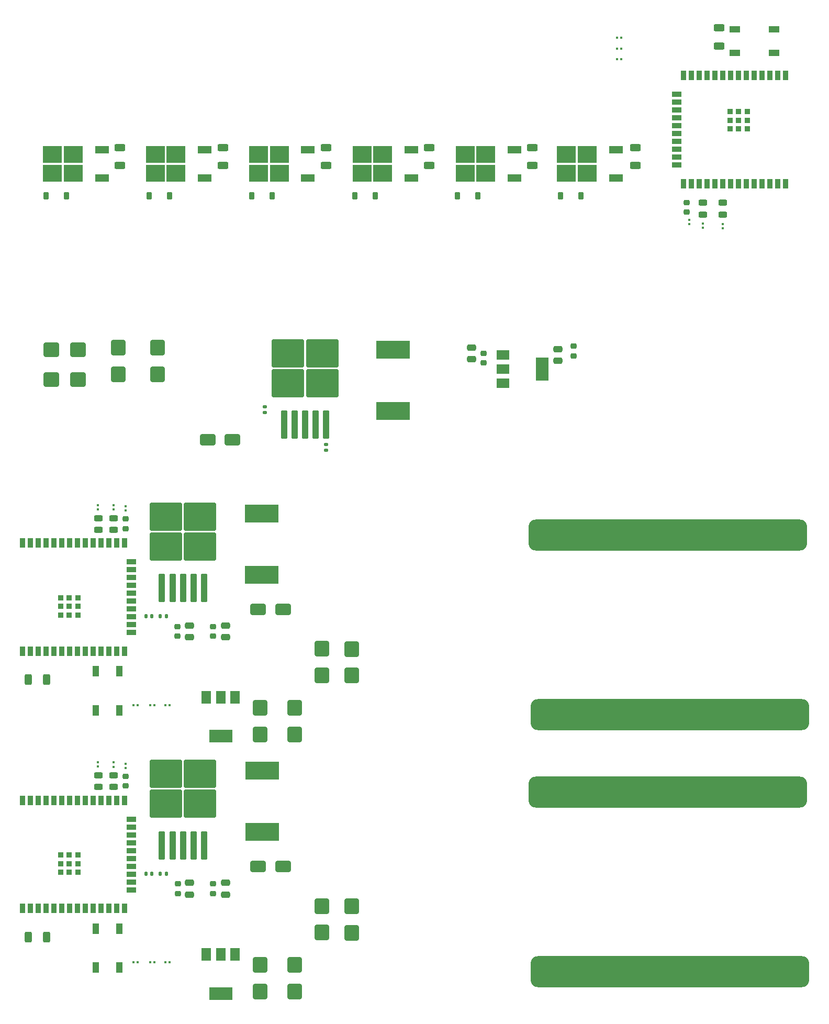
<source format=gbr>
%TF.GenerationSoftware,KiCad,Pcbnew,7.0.8*%
%TF.CreationDate,2023-11-08T20:04:04+02:00*%
%TF.ProjectId,sprinklers,73707269-6e6b-46c6-9572-732e6b696361,1.2*%
%TF.SameCoordinates,Original*%
%TF.FileFunction,Paste,Top*%
%TF.FilePolarity,Positive*%
%FSLAX46Y46*%
G04 Gerber Fmt 4.6, Leading zero omitted, Abs format (unit mm)*
G04 Created by KiCad (PCBNEW 7.0.8) date 2023-11-08 20:04:04*
%MOMM*%
%LPD*%
G01*
G04 APERTURE LIST*
G04 Aperture macros list*
%AMRoundRect*
0 Rectangle with rounded corners*
0 $1 Rounding radius*
0 $2 $3 $4 $5 $6 $7 $8 $9 X,Y pos of 4 corners*
0 Add a 4 corners polygon primitive as box body*
4,1,4,$2,$3,$4,$5,$6,$7,$8,$9,$2,$3,0*
0 Add four circle primitives for the rounded corners*
1,1,$1+$1,$2,$3*
1,1,$1+$1,$4,$5*
1,1,$1+$1,$6,$7*
1,1,$1+$1,$8,$9*
0 Add four rect primitives between the rounded corners*
20,1,$1+$1,$2,$3,$4,$5,0*
20,1,$1+$1,$4,$5,$6,$7,0*
20,1,$1+$1,$6,$7,$8,$9,0*
20,1,$1+$1,$8,$9,$2,$3,0*%
%AMFreePoly0*
4,1,41,-22.500000,1.388890,-22.492142,1.520800,-22.447241,1.727208,-22.364088,1.921388,-22.245689,2.096323,-22.096323,2.245689,-21.921388,2.364088,-21.727208,2.447241,-21.520800,2.492142,-21.388890,2.500000,21.388890,2.500000,21.520800,2.492142,21.727208,2.447241,21.921388,2.364088,22.096323,2.245689,22.245689,2.096323,22.364088,1.921388,22.447241,1.727208,22.492142,1.520800,22.500000,1.388890,
22.500000,-1.388890,22.492142,-1.520800,22.447241,-1.727208,22.364088,-1.921388,22.245689,-2.096323,22.096323,-2.245689,21.921388,-2.364088,21.727208,-2.447241,21.520800,-2.492142,21.388890,-2.500000,-21.388890,-2.500000,-21.520800,-2.492142,-21.727208,-2.447241,-21.921388,-2.364088,-22.096323,-2.245689,-22.245689,-2.096323,-22.364088,-1.921388,-22.447241,-1.727208,-22.492142,-1.520800,-22.500000,-1.388890,
-22.500000,1.388890,-22.500000,1.388890,$1*%
G04 Aperture macros list end*
%ADD10RoundRect,0.250000X0.300000X-2.050000X0.300000X2.050000X-0.300000X2.050000X-0.300000X-2.050000X0*%
%ADD11RoundRect,0.250000X2.375000X-2.025000X2.375000X2.025000X-2.375000X2.025000X-2.375000X-2.025000X0*%
%ADD12RoundRect,0.079500X0.079500X0.100500X-0.079500X0.100500X-0.079500X-0.100500X0.079500X-0.100500X0*%
%ADD13RoundRect,0.079500X-0.100500X0.079500X-0.100500X-0.079500X0.100500X-0.079500X0.100500X0.079500X0*%
%ADD14RoundRect,0.250000X-1.000000X-0.650000X1.000000X-0.650000X1.000000X0.650000X-1.000000X0.650000X0*%
%ADD15RoundRect,0.225000X0.250000X-0.225000X0.250000X0.225000X-0.250000X0.225000X-0.250000X-0.225000X0*%
%ADD16RoundRect,0.250000X0.900000X-1.000000X0.900000X1.000000X-0.900000X1.000000X-0.900000X-1.000000X0*%
%ADD17RoundRect,0.250000X0.475000X-0.250000X0.475000X0.250000X-0.475000X0.250000X-0.475000X-0.250000X0*%
%ADD18RoundRect,0.243750X-0.456250X0.243750X-0.456250X-0.243750X0.456250X-0.243750X0.456250X0.243750X0*%
%ADD19RoundRect,0.250000X-0.900000X1.000000X-0.900000X-1.000000X0.900000X-1.000000X0.900000X1.000000X0*%
%ADD20FreePoly0,180.000000*%
%ADD21RoundRect,0.140000X0.140000X0.170000X-0.140000X0.170000X-0.140000X-0.170000X0.140000X-0.170000X0*%
%ADD22R,5.400000X2.900000*%
%ADD23R,1.000000X1.700000*%
%ADD24RoundRect,0.218750X-0.256250X0.218750X-0.256250X-0.218750X0.256250X-0.218750X0.256250X0.218750X0*%
%ADD25R,0.900000X1.500000*%
%ADD26R,1.500000X0.900000*%
%ADD27R,0.900000X0.900000*%
%ADD28RoundRect,0.250000X-0.312500X-0.625000X0.312500X-0.625000X0.312500X0.625000X-0.312500X0.625000X0*%
%ADD29R,1.500000X2.000000*%
%ADD30R,3.800000X2.000000*%
%ADD31RoundRect,0.140000X-0.140000X-0.170000X0.140000X-0.170000X0.140000X0.170000X-0.140000X0.170000X0*%
%ADD32RoundRect,0.218750X0.256250X-0.218750X0.256250X0.218750X-0.256250X0.218750X-0.256250X-0.218750X0*%
%ADD33RoundRect,0.225000X-0.225000X-0.375000X0.225000X-0.375000X0.225000X0.375000X-0.225000X0.375000X0*%
%ADD34RoundRect,0.243750X0.456250X-0.243750X0.456250X0.243750X-0.456250X0.243750X-0.456250X-0.243750X0*%
%ADD35RoundRect,0.079500X-0.079500X-0.100500X0.079500X-0.100500X0.079500X0.100500X-0.079500X0.100500X0*%
%ADD36RoundRect,0.250000X0.625000X-0.312500X0.625000X0.312500X-0.625000X0.312500X-0.625000X-0.312500X0*%
%ADD37R,2.000000X1.500000*%
%ADD38R,2.000000X3.800000*%
%ADD39RoundRect,0.250000X-1.000000X-0.900000X1.000000X-0.900000X1.000000X0.900000X-1.000000X0.900000X0*%
%ADD40R,3.050000X2.750000*%
%ADD41R,2.200000X1.200000*%
%ADD42RoundRect,0.079500X0.100500X-0.079500X0.100500X0.079500X-0.100500X0.079500X-0.100500X-0.079500X0*%
%ADD43RoundRect,0.250000X1.000000X0.650000X-1.000000X0.650000X-1.000000X-0.650000X1.000000X-0.650000X0*%
%ADD44RoundRect,0.140000X-0.170000X0.140000X-0.170000X-0.140000X0.170000X-0.140000X0.170000X0.140000X0*%
%ADD45RoundRect,0.250000X1.000000X0.900000X-1.000000X0.900000X-1.000000X-0.900000X1.000000X-0.900000X0*%
%ADD46R,1.700000X1.000000*%
G04 APERTURE END LIST*
D10*
%TO.C,U1*%
X28673063Y-41490774D03*
X30373063Y-41490774D03*
X32073063Y-41490774D03*
D11*
X29298063Y-34765774D03*
X34848063Y-34765774D03*
X29298063Y-29915774D03*
X34848063Y-29915774D03*
D10*
X33773063Y-41490774D03*
X35473063Y-41490774D03*
%TD*%
D12*
%TO.C,R11*%
X24750163Y-60400474D03*
X24060163Y-60400474D03*
%TD*%
D13*
%TO.C,R8*%
X20842301Y-28089787D03*
X20842301Y-28779787D03*
%TD*%
D14*
%TO.C,D5*%
X44249763Y-44909674D03*
X48249763Y-44909674D03*
%TD*%
D12*
%TO.C,R12*%
X27433663Y-60400474D03*
X26743663Y-60400474D03*
%TD*%
D15*
%TO.C,C2*%
X31213563Y-49270374D03*
X31213563Y-47720374D03*
%TD*%
D16*
%TO.C,D6*%
X59387563Y-55648974D03*
X59387563Y-51348974D03*
%TD*%
D12*
%TO.C,R13*%
X29877363Y-60400474D03*
X29187363Y-60400474D03*
%TD*%
D17*
%TO.C,C1*%
X33117563Y-49445374D03*
X33117563Y-47545374D03*
%TD*%
D16*
%TO.C,D8*%
X44586163Y-65157374D03*
X44586163Y-60857374D03*
%TD*%
D18*
%TO.C,D3*%
X18364254Y-30178548D03*
X18364254Y-32053548D03*
%TD*%
D19*
%TO.C,D7*%
X50136163Y-60857374D03*
X50136163Y-65157374D03*
%TD*%
D20*
%TO.C,*%
X110868074Y-61951375D03*
%TD*%
D21*
%TO.C,C7*%
X27046463Y-46044474D03*
X26086463Y-46044474D03*
%TD*%
D22*
%TO.C,L1*%
X44850063Y-39335974D03*
X44850063Y-29435974D03*
%TD*%
D23*
%TO.C,RST_SW1*%
X17958495Y-61262272D03*
X17958495Y-54962272D03*
X21758495Y-61262272D03*
X21758495Y-54962272D03*
%TD*%
D18*
%TO.C,D2*%
X20808675Y-30178548D03*
X20808675Y-32053548D03*
%TD*%
D24*
%TO.C,D1*%
X22798675Y-30328548D03*
X22798675Y-31903548D03*
%TD*%
D25*
%TO.C,U2*%
X6117863Y-51705474D03*
X7387863Y-51705474D03*
X8657863Y-51705474D03*
X9927863Y-51705474D03*
X11197863Y-51705474D03*
X12467863Y-51705474D03*
X13737863Y-51705474D03*
X15007863Y-51705474D03*
X16277863Y-51705474D03*
X17547863Y-51705474D03*
X18817863Y-51705474D03*
X20087863Y-51705474D03*
X21357863Y-51705474D03*
X22627863Y-51705474D03*
D26*
X23722863Y-48670474D03*
X23722863Y-47400474D03*
X23722863Y-46130474D03*
X23722863Y-44860474D03*
X23722863Y-43590474D03*
X23722863Y-42320474D03*
X23722863Y-41050474D03*
X23722863Y-39780474D03*
X23722863Y-38510474D03*
X23722863Y-37240474D03*
D25*
X22627863Y-34205474D03*
X21357863Y-34205474D03*
X20087863Y-34205474D03*
X18817863Y-34205474D03*
X17547863Y-34205474D03*
X16277863Y-34205474D03*
X15007863Y-34205474D03*
X13737863Y-34205474D03*
X12467863Y-34205474D03*
X11197863Y-34205474D03*
X9927863Y-34205474D03*
X8657863Y-34205474D03*
X7387863Y-34205474D03*
X6117863Y-34205474D03*
D27*
X12282863Y-45855474D03*
X13682863Y-45855474D03*
X15082863Y-45855474D03*
X12282863Y-44455474D03*
X13682863Y-44455474D03*
X15082863Y-44455474D03*
X12282863Y-43055474D03*
X13682863Y-43055474D03*
X15082863Y-43055474D03*
%TD*%
D13*
%TO.C,R7*%
X18279498Y-28069084D03*
X18279498Y-28759084D03*
%TD*%
D28*
%TO.C,R10*%
X7077063Y-56324274D03*
X10002063Y-56324274D03*
%TD*%
D19*
%TO.C,D4*%
X54538663Y-51303474D03*
X54538663Y-55603474D03*
%TD*%
D20*
%TO.C,*%
X110532471Y-32919476D03*
%TD*%
D29*
%TO.C,U3*%
X40467363Y-59142474D03*
X38167363Y-59142474D03*
D30*
X38167363Y-65442474D03*
D29*
X35867363Y-59142474D03*
%TD*%
D13*
%TO.C,R9*%
X22792415Y-28286489D03*
X22792415Y-28976489D03*
%TD*%
D17*
%TO.C,C3*%
X38940463Y-49445374D03*
X38940463Y-47545374D03*
%TD*%
D31*
%TO.C,C8*%
X28399263Y-46080574D03*
X29359263Y-46080574D03*
%TD*%
D15*
%TO.C,C4*%
X36909163Y-49270374D03*
X36909163Y-47720374D03*
%TD*%
D10*
%TO.C,U1*%
X28667516Y119542D03*
X30367516Y119542D03*
X32067516Y119542D03*
D11*
X29292516Y6844542D03*
X34842516Y6844542D03*
X29292516Y11694542D03*
X34842516Y11694542D03*
D10*
X33767516Y119542D03*
X35467516Y119542D03*
%TD*%
D12*
%TO.C,R11*%
X24744616Y-18790158D03*
X24054616Y-18790158D03*
%TD*%
D13*
%TO.C,R8*%
X20836754Y13520529D03*
X20836754Y12830529D03*
%TD*%
D14*
%TO.C,D5*%
X44244216Y-3299358D03*
X48244216Y-3299358D03*
%TD*%
D12*
%TO.C,R12*%
X27428116Y-18790158D03*
X26738116Y-18790158D03*
%TD*%
D15*
%TO.C,C2*%
X31208016Y-7660058D03*
X31208016Y-6110058D03*
%TD*%
D16*
%TO.C,D6*%
X59382016Y-14038658D03*
X59382016Y-9738658D03*
%TD*%
D12*
%TO.C,R13*%
X29871816Y-18790158D03*
X29181816Y-18790158D03*
%TD*%
D17*
%TO.C,C1*%
X33112016Y-7835058D03*
X33112016Y-5935058D03*
%TD*%
D16*
%TO.C,D8*%
X44580616Y-23547058D03*
X44580616Y-19247058D03*
%TD*%
D18*
%TO.C,D3*%
X18358707Y11431768D03*
X18358707Y9556768D03*
%TD*%
D19*
%TO.C,D7*%
X50130616Y-19247058D03*
X50130616Y-23547058D03*
%TD*%
D20*
%TO.C,*%
X110862527Y-20341059D03*
%TD*%
D21*
%TO.C,C7*%
X27040916Y-4434158D03*
X26080916Y-4434158D03*
%TD*%
D22*
%TO.C,L1*%
X44844516Y2274342D03*
X44844516Y12174342D03*
%TD*%
D23*
%TO.C,RST_SW1*%
X17952948Y-19651956D03*
X17952948Y-13351956D03*
X21752948Y-19651956D03*
X21752948Y-13351956D03*
%TD*%
D18*
%TO.C,D2*%
X20803128Y11431768D03*
X20803128Y9556768D03*
%TD*%
D24*
%TO.C,D1*%
X22793128Y11281768D03*
X22793128Y9706768D03*
%TD*%
D25*
%TO.C,U2*%
X6112316Y-10095158D03*
X7382316Y-10095158D03*
X8652316Y-10095158D03*
X9922316Y-10095158D03*
X11192316Y-10095158D03*
X12462316Y-10095158D03*
X13732316Y-10095158D03*
X15002316Y-10095158D03*
X16272316Y-10095158D03*
X17542316Y-10095158D03*
X18812316Y-10095158D03*
X20082316Y-10095158D03*
X21352316Y-10095158D03*
X22622316Y-10095158D03*
D26*
X23717316Y-7060158D03*
X23717316Y-5790158D03*
X23717316Y-4520158D03*
X23717316Y-3250158D03*
X23717316Y-1980158D03*
X23717316Y-710158D03*
X23717316Y559842D03*
X23717316Y1829842D03*
X23717316Y3099842D03*
X23717316Y4369842D03*
D25*
X22622316Y7404842D03*
X21352316Y7404842D03*
X20082316Y7404842D03*
X18812316Y7404842D03*
X17542316Y7404842D03*
X16272316Y7404842D03*
X15002316Y7404842D03*
X13732316Y7404842D03*
X12462316Y7404842D03*
X11192316Y7404842D03*
X9922316Y7404842D03*
X8652316Y7404842D03*
X7382316Y7404842D03*
X6112316Y7404842D03*
D27*
X12277316Y-4245158D03*
X13677316Y-4245158D03*
X15077316Y-4245158D03*
X12277316Y-2845158D03*
X13677316Y-2845158D03*
X15077316Y-2845158D03*
X12277316Y-1445158D03*
X13677316Y-1445158D03*
X15077316Y-1445158D03*
%TD*%
D13*
%TO.C,R7*%
X18273951Y13541232D03*
X18273951Y12851232D03*
%TD*%
D28*
%TO.C,R10*%
X7071516Y-14713958D03*
X9996516Y-14713958D03*
%TD*%
D19*
%TO.C,D4*%
X54533116Y-9693158D03*
X54533116Y-13993158D03*
%TD*%
D20*
%TO.C,*%
X110526924Y8690840D03*
%TD*%
D29*
%TO.C,U3*%
X40461816Y-17532158D03*
X38161816Y-17532158D03*
D30*
X38161816Y-23832158D03*
D29*
X35861816Y-17532158D03*
%TD*%
D13*
%TO.C,R9*%
X22786868Y13323827D03*
X22786868Y12633827D03*
%TD*%
D17*
%TO.C,C3*%
X38934916Y-7835058D03*
X38934916Y-5935058D03*
%TD*%
D31*
%TO.C,C8*%
X28393716Y-4470258D03*
X29353716Y-4470258D03*
%TD*%
D15*
%TO.C,C4*%
X36903616Y-7660058D03*
X36903616Y-6110058D03*
%TD*%
D32*
%TO.C,D1*%
X113523362Y60890421D03*
X113523362Y62465421D03*
%TD*%
D33*
%TO.C,D12*%
X59851000Y63598500D03*
X63151000Y63598500D03*
%TD*%
D34*
%TO.C,D2*%
X116201485Y60547225D03*
X116201485Y62422225D03*
%TD*%
D35*
%TO.C,R11*%
X102299000Y89138600D03*
X102989000Y89138600D03*
%TD*%
D15*
%TO.C,C4*%
X95300000Y37688900D03*
X95300000Y39238900D03*
%TD*%
D17*
%TO.C,C3*%
X92760000Y36858600D03*
X92760000Y38758600D03*
%TD*%
D36*
%TO.C,R3*%
X55192500Y68454400D03*
X55192500Y71379400D03*
%TD*%
D34*
%TO.C,D3*%
X119419856Y60550501D03*
X119419856Y62425501D03*
%TD*%
D37*
%TO.C,U3*%
X83870000Y37860000D03*
X83870000Y35560000D03*
D38*
X90170000Y35560000D03*
D37*
X83870000Y33260000D03*
%TD*%
D33*
%TO.C,D9*%
X43214000Y63598500D03*
X46514000Y63598500D03*
%TD*%
D36*
%TO.C,R10*%
X118815600Y87773300D03*
X118815600Y90698300D03*
%TD*%
D33*
%TO.C,D14*%
X93125000Y63598500D03*
X96425000Y63598500D03*
%TD*%
D39*
%TO.C,D6*%
X10766600Y38640600D03*
X15066600Y38640600D03*
%TD*%
D10*
%TO.C,U1*%
X48435000Y26525000D03*
X50135000Y26525000D03*
X51835000Y26525000D03*
D11*
X49060000Y33250000D03*
X54610000Y33250000D03*
X49060000Y38100000D03*
X54610000Y38100000D03*
D10*
X53535000Y26525000D03*
X55235000Y26525000D03*
%TD*%
D40*
%TO.C,Q1*%
X14320000Y67168300D03*
X14320000Y70218300D03*
X10970000Y67168300D03*
X10970000Y70218300D03*
D41*
X18945000Y66413300D03*
X18945000Y70973300D03*
%TD*%
D22*
%TO.C,L1*%
X66063300Y28747600D03*
X66063300Y38647600D03*
%TD*%
D40*
%TO.C,Q2*%
X30950900Y67168300D03*
X30950900Y70218300D03*
X27600900Y67168300D03*
X27600900Y70218300D03*
D41*
X35575900Y66413300D03*
X35575900Y70973300D03*
%TD*%
D42*
%TO.C,R9*%
X113991104Y59001939D03*
X113991104Y59691939D03*
%TD*%
D43*
%TO.C,D5*%
X40100000Y24130000D03*
X36100000Y24130000D03*
%TD*%
D40*
%TO.C,Q5*%
X81078200Y67168300D03*
X81078200Y70218300D03*
X77728200Y67168300D03*
X77728200Y70218300D03*
D41*
X85703200Y66413300D03*
X85703200Y70973300D03*
%TD*%
D40*
%TO.C,Q4*%
X64369100Y67168300D03*
X64369100Y70218300D03*
X61019100Y67168300D03*
X61019100Y70218300D03*
D41*
X68994100Y66413300D03*
X68994100Y70973300D03*
%TD*%
D36*
%TO.C,R5*%
X88540600Y68454400D03*
X88540600Y71379400D03*
%TD*%
D33*
%TO.C,D13*%
X76488000Y63598500D03*
X79788000Y63598500D03*
%TD*%
%TO.C,D10*%
X26577000Y63598500D03*
X29877000Y63598500D03*
%TD*%
D40*
%TO.C,Q6*%
X97456100Y67168300D03*
X97456100Y70218300D03*
X94106100Y67168300D03*
X94106100Y70218300D03*
D41*
X102081100Y66413300D03*
X102081100Y70973300D03*
%TD*%
D33*
%TO.C,D11*%
X9895000Y63598500D03*
X13195000Y63598500D03*
%TD*%
D16*
%TO.C,D8*%
X27940000Y34680000D03*
X27940000Y38980000D03*
%TD*%
D17*
%TO.C,C1*%
X78776900Y37111800D03*
X78776900Y39011800D03*
%TD*%
D44*
%TO.C,C8*%
X55237900Y23348400D03*
X55237900Y22388400D03*
%TD*%
D25*
%TO.C,U2*%
X129515000Y83036000D03*
X128245000Y83036000D03*
X126975000Y83036000D03*
X125705000Y83036000D03*
X124435000Y83036000D03*
X123165000Y83036000D03*
X121895000Y83036000D03*
X120625000Y83036000D03*
X119355000Y83036000D03*
X118085000Y83036000D03*
X116815000Y83036000D03*
X115545000Y83036000D03*
X114275000Y83036000D03*
X113005000Y83036000D03*
D26*
X111910000Y80001000D03*
X111910000Y78731000D03*
X111910000Y77461000D03*
X111910000Y76191000D03*
X111910000Y74921000D03*
X111910000Y73651000D03*
X111910000Y72381000D03*
X111910000Y71111000D03*
X111910000Y69841000D03*
X111910000Y68571000D03*
D25*
X113005000Y65536000D03*
X114275000Y65536000D03*
X115545000Y65536000D03*
X116815000Y65536000D03*
X118085000Y65536000D03*
X119355000Y65536000D03*
X120625000Y65536000D03*
X121895000Y65536000D03*
X123165000Y65536000D03*
X124435000Y65536000D03*
X125705000Y65536000D03*
X126975000Y65536000D03*
X128245000Y65536000D03*
X129515000Y65536000D03*
D27*
X123350000Y77186000D03*
X121950000Y77186000D03*
X120550000Y77186000D03*
X123350000Y75786000D03*
X121950000Y75786000D03*
X120550000Y75786000D03*
X123350000Y74386000D03*
X121950000Y74386000D03*
X120550000Y74386000D03*
%TD*%
D36*
%TO.C,R2*%
X38518400Y68454400D03*
X38518400Y71379400D03*
%TD*%
D42*
%TO.C,R7*%
X119404543Y58329706D03*
X119404543Y59019706D03*
%TD*%
D15*
%TO.C,C2*%
X80685300Y36549700D03*
X80685300Y38099700D03*
%TD*%
D36*
%TO.C,R4*%
X71866600Y68454400D03*
X71866600Y71379400D03*
%TD*%
D44*
%TO.C,C7*%
X45303600Y29459400D03*
X45303600Y28499400D03*
%TD*%
D42*
%TO.C,R8*%
X116199527Y58381240D03*
X116199527Y59071240D03*
%TD*%
D36*
%TO.C,R6*%
X105214700Y68454400D03*
X105214700Y71379400D03*
%TD*%
D35*
%TO.C,R13*%
X102299000Y85638600D03*
X102989000Y85638600D03*
%TD*%
D36*
%TO.C,R1*%
X21844400Y68454400D03*
X21844400Y71379400D03*
%TD*%
D45*
%TO.C,D4*%
X15060600Y33877500D03*
X10760600Y33877500D03*
%TD*%
D19*
%TO.C,D7*%
X21590000Y38980000D03*
X21590000Y34680000D03*
%TD*%
D40*
%TO.C,Q3*%
X47660000Y67168300D03*
X47660000Y70218300D03*
X44310000Y67168300D03*
X44310000Y70218300D03*
D41*
X52285000Y66413300D03*
X52285000Y70973300D03*
%TD*%
D35*
%TO.C,R12*%
X102299000Y87388600D03*
X102989000Y87388600D03*
%TD*%
D46*
%TO.C,RST_SW1*%
X121355600Y90495800D03*
X127655600Y90495800D03*
X121355600Y86695800D03*
X127655600Y86695800D03*
%TD*%
M02*

</source>
